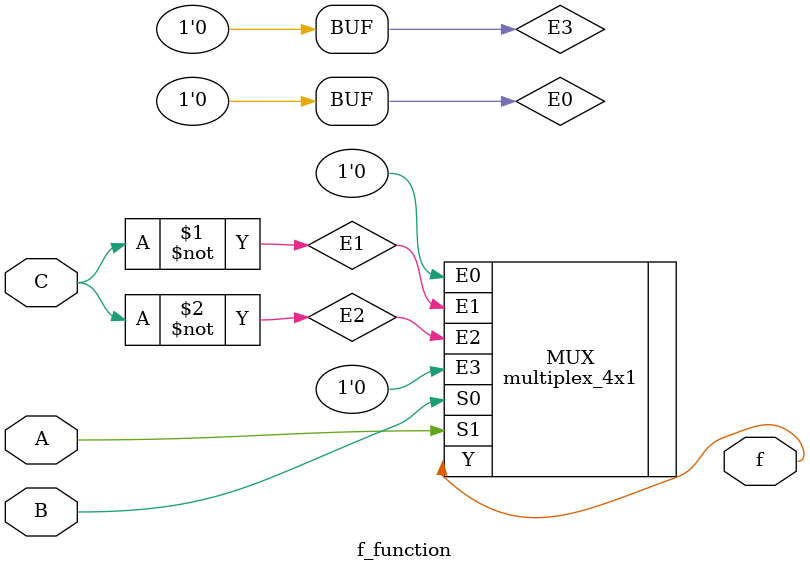
<source format=v>
/*
Program: CI Digital T2/2025
Class: Introdução à Verilog  
Class-ID: SD122
Advisor: Felipe Rocha 
Advisor-Contact: felipef.rocha@inatel.br
Institute: INATEL - Santa Rita do Sapucaí / MG  
Development: André Bezerra 
Student-Contact: andrefrbezerra@gmail.com
Task-ID: A-107-2
Type: Laboratory
Data: octuber, 17 2025
*/

`timescale 1 ns / 1 ps;

module f_function (
    input A, B, C,
    output f
);
    wire E0 = 1'b0;
    wire E1 = ~C;
    wire E2 = ~C;
    wire E3 = 1'b0;

    multiplex_4x1 MUX (
        .S1(A), .S0(B),
        .E0(E0), .E1(E1), .E2(E2), .E3(E3),
        .Y(f)
    );
    
    // assign f = Y & ~C & (A ^ B);  

endmodule

</source>
